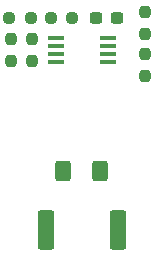
<source format=gbr>
%TF.GenerationSoftware,KiCad,Pcbnew,8.0.2*%
%TF.CreationDate,2024-12-27T17:59:50+11:00*%
%TF.ProjectId,Shutter-TestPlatform,53687574-7465-4722-9d54-657374506c61,rev?*%
%TF.SameCoordinates,Original*%
%TF.FileFunction,Paste,Top*%
%TF.FilePolarity,Positive*%
%FSLAX46Y46*%
G04 Gerber Fmt 4.6, Leading zero omitted, Abs format (unit mm)*
G04 Created by KiCad (PCBNEW 8.0.2) date 2024-12-27 17:59:50*
%MOMM*%
%LPD*%
G01*
G04 APERTURE LIST*
G04 Aperture macros list*
%AMRoundRect*
0 Rectangle with rounded corners*
0 $1 Rounding radius*
0 $2 $3 $4 $5 $6 $7 $8 $9 X,Y pos of 4 corners*
0 Add a 4 corners polygon primitive as box body*
4,1,4,$2,$3,$4,$5,$6,$7,$8,$9,$2,$3,0*
0 Add four circle primitives for the rounded corners*
1,1,$1+$1,$2,$3*
1,1,$1+$1,$4,$5*
1,1,$1+$1,$6,$7*
1,1,$1+$1,$8,$9*
0 Add four rect primitives between the rounded corners*
20,1,$1+$1,$2,$3,$4,$5,0*
20,1,$1+$1,$4,$5,$6,$7,0*
20,1,$1+$1,$6,$7,$8,$9,0*
20,1,$1+$1,$8,$9,$2,$3,0*%
G04 Aperture macros list end*
%ADD10RoundRect,0.237500X0.237500X-0.250000X0.237500X0.250000X-0.237500X0.250000X-0.237500X-0.250000X0*%
%ADD11RoundRect,0.237500X-0.237500X0.250000X-0.237500X-0.250000X0.237500X-0.250000X0.237500X0.250000X0*%
%ADD12RoundRect,0.237500X0.250000X0.237500X-0.250000X0.237500X-0.250000X-0.237500X0.250000X-0.237500X0*%
%ADD13RoundRect,0.237500X0.300000X0.237500X-0.300000X0.237500X-0.300000X-0.237500X0.300000X-0.237500X0*%
%ADD14RoundRect,0.237500X-0.250000X-0.237500X0.250000X-0.237500X0.250000X0.237500X-0.250000X0.237500X0*%
%ADD15R,1.400000X0.450000*%
%ADD16RoundRect,0.249999X0.450001X1.425001X-0.450001X1.425001X-0.450001X-1.425001X0.450001X-1.425001X0*%
%ADD17RoundRect,0.250000X0.400000X0.625000X-0.400000X0.625000X-0.400000X-0.625000X0.400000X-0.625000X0*%
G04 APERTURE END LIST*
D10*
%TO.C,R4*%
X159500000Y-76675724D03*
X159500000Y-74850724D03*
%TD*%
D11*
%TO.C,R8*%
X170800000Y-76125000D03*
X170800000Y-77950000D03*
%TD*%
D12*
%TO.C,R5*%
X161155213Y-73000000D03*
X159330213Y-73000000D03*
%TD*%
D13*
%TO.C,C1*%
X168400000Y-73000000D03*
X166675000Y-73000000D03*
%TD*%
D14*
%TO.C,R6*%
X162837500Y-73000000D03*
X164662500Y-73000000D03*
%TD*%
D10*
%TO.C,R3*%
X161250000Y-76675724D03*
X161250000Y-74850724D03*
%TD*%
D15*
%TO.C,IC1*%
X163300000Y-74775000D03*
X163300000Y-75425000D03*
X163300000Y-76075000D03*
X163300000Y-76725000D03*
X167700000Y-76725000D03*
X167700000Y-76075000D03*
X167700000Y-75425000D03*
X167700000Y-74775000D03*
%TD*%
D11*
%TO.C,R7*%
X170800000Y-72537500D03*
X170800000Y-74362500D03*
%TD*%
D16*
%TO.C,R2*%
X168500000Y-91000000D03*
X162400000Y-91000000D03*
%TD*%
D17*
%TO.C,R1*%
X167000000Y-86000000D03*
X163900000Y-86000000D03*
%TD*%
M02*

</source>
